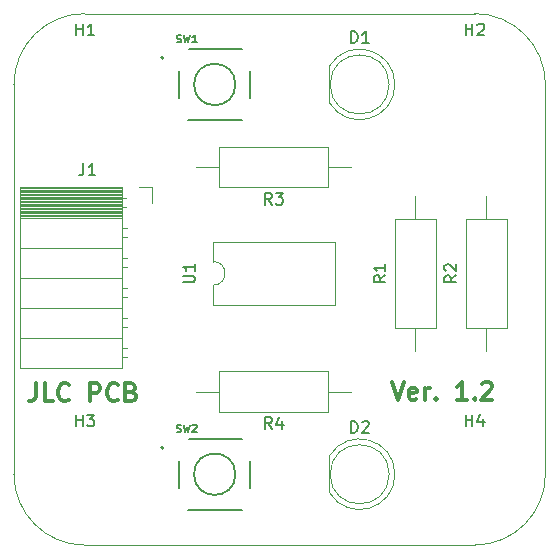
<source format=gbr>
%TF.GenerationSoftware,KiCad,Pcbnew,(6.0.6)*%
%TF.CreationDate,2023-02-06T16:24:35-08:00*%
%TF.ProjectId,PIC10F200 PCB,50494331-3046-4323-9030-205043422e6b,rev?*%
%TF.SameCoordinates,Original*%
%TF.FileFunction,Legend,Top*%
%TF.FilePolarity,Positive*%
%FSLAX46Y46*%
G04 Gerber Fmt 4.6, Leading zero omitted, Abs format (unit mm)*
G04 Created by KiCad (PCBNEW (6.0.6)) date 2023-02-06 16:24:35*
%MOMM*%
%LPD*%
G01*
G04 APERTURE LIST*
%ADD10C,0.300000*%
%TA.AperFunction,Profile*%
%ADD11C,0.100000*%
%TD*%
%ADD12C,0.150000*%
%ADD13C,0.127000*%
%ADD14C,0.200000*%
%ADD15C,0.120000*%
G04 APERTURE END LIST*
D10*
X142998571Y-103178571D02*
X143498571Y-104678571D01*
X143998571Y-103178571D01*
X145070000Y-104607142D02*
X144927142Y-104678571D01*
X144641428Y-104678571D01*
X144498571Y-104607142D01*
X144427142Y-104464285D01*
X144427142Y-103892857D01*
X144498571Y-103750000D01*
X144641428Y-103678571D01*
X144927142Y-103678571D01*
X145070000Y-103750000D01*
X145141428Y-103892857D01*
X145141428Y-104035714D01*
X144427142Y-104178571D01*
X145784285Y-104678571D02*
X145784285Y-103678571D01*
X145784285Y-103964285D02*
X145855714Y-103821428D01*
X145927142Y-103750000D01*
X146070000Y-103678571D01*
X146212857Y-103678571D01*
X146712857Y-104535714D02*
X146784285Y-104607142D01*
X146712857Y-104678571D01*
X146641428Y-104607142D01*
X146712857Y-104535714D01*
X146712857Y-104678571D01*
X149355714Y-104678571D02*
X148498571Y-104678571D01*
X148927142Y-104678571D02*
X148927142Y-103178571D01*
X148784285Y-103392857D01*
X148641428Y-103535714D01*
X148498571Y-103607142D01*
X149998571Y-104535714D02*
X150070000Y-104607142D01*
X149998571Y-104678571D01*
X149927142Y-104607142D01*
X149998571Y-104535714D01*
X149998571Y-104678571D01*
X150641428Y-103321428D02*
X150712857Y-103250000D01*
X150855714Y-103178571D01*
X151212857Y-103178571D01*
X151355714Y-103250000D01*
X151427142Y-103321428D01*
X151498571Y-103464285D01*
X151498571Y-103607142D01*
X151427142Y-103821428D01*
X150570000Y-104678571D01*
X151498571Y-104678571D01*
D11*
X111000000Y-111000000D02*
G75*
G03*
X117000000Y-117000000I6000000J0D01*
G01*
X156000000Y-78000000D02*
G75*
G03*
X150000000Y-72000000I-6000000J0D01*
G01*
X150000000Y-117000000D02*
X117000000Y-117000000D01*
X150000000Y-117000000D02*
G75*
G03*
X156000000Y-111000000I0J6000000D01*
G01*
X117000000Y-72000000D02*
G75*
G03*
X111000000Y-78000000I0J-6000000D01*
G01*
X117000000Y-72000000D02*
X150000000Y-72000000D01*
X111000000Y-111000000D02*
X111000000Y-78000000D01*
X156000000Y-78000000D02*
X156000000Y-111000000D01*
D10*
X112875714Y-103318571D02*
X112875714Y-104390000D01*
X112804285Y-104604285D01*
X112661428Y-104747142D01*
X112447142Y-104818571D01*
X112304285Y-104818571D01*
X114304285Y-104818571D02*
X113590000Y-104818571D01*
X113590000Y-103318571D01*
X115661428Y-104675714D02*
X115590000Y-104747142D01*
X115375714Y-104818571D01*
X115232857Y-104818571D01*
X115018571Y-104747142D01*
X114875714Y-104604285D01*
X114804285Y-104461428D01*
X114732857Y-104175714D01*
X114732857Y-103961428D01*
X114804285Y-103675714D01*
X114875714Y-103532857D01*
X115018571Y-103390000D01*
X115232857Y-103318571D01*
X115375714Y-103318571D01*
X115590000Y-103390000D01*
X115661428Y-103461428D01*
X117447142Y-104818571D02*
X117447142Y-103318571D01*
X118018571Y-103318571D01*
X118161428Y-103390000D01*
X118232857Y-103461428D01*
X118304285Y-103604285D01*
X118304285Y-103818571D01*
X118232857Y-103961428D01*
X118161428Y-104032857D01*
X118018571Y-104104285D01*
X117447142Y-104104285D01*
X119804285Y-104675714D02*
X119732857Y-104747142D01*
X119518571Y-104818571D01*
X119375714Y-104818571D01*
X119161428Y-104747142D01*
X119018571Y-104604285D01*
X118947142Y-104461428D01*
X118875714Y-104175714D01*
X118875714Y-103961428D01*
X118947142Y-103675714D01*
X119018571Y-103532857D01*
X119161428Y-103390000D01*
X119375714Y-103318571D01*
X119518571Y-103318571D01*
X119732857Y-103390000D01*
X119804285Y-103461428D01*
X120947142Y-104032857D02*
X121161428Y-104104285D01*
X121232857Y-104175714D01*
X121304285Y-104318571D01*
X121304285Y-104532857D01*
X121232857Y-104675714D01*
X121161428Y-104747142D01*
X121018571Y-104818571D01*
X120447142Y-104818571D01*
X120447142Y-103318571D01*
X120947142Y-103318571D01*
X121090000Y-103390000D01*
X121161428Y-103461428D01*
X121232857Y-103604285D01*
X121232857Y-103747142D01*
X121161428Y-103890000D01*
X121090000Y-103961428D01*
X120947142Y-104032857D01*
X120447142Y-104032857D01*
D12*
%TO.C,SW1*%
X124796442Y-74410862D02*
X124886534Y-74440892D01*
X125036687Y-74440892D01*
X125096748Y-74410862D01*
X125126779Y-74380831D01*
X125156810Y-74320770D01*
X125156810Y-74260709D01*
X125126779Y-74200647D01*
X125096748Y-74170617D01*
X125036687Y-74140586D01*
X124916565Y-74110556D01*
X124856503Y-74080525D01*
X124826473Y-74050494D01*
X124796442Y-73990433D01*
X124796442Y-73930372D01*
X124826473Y-73870311D01*
X124856503Y-73840280D01*
X124916565Y-73810249D01*
X125066718Y-73810249D01*
X125156810Y-73840280D01*
X125367024Y-73810249D02*
X125517177Y-74440892D01*
X125637300Y-73990433D01*
X125757422Y-74440892D01*
X125907575Y-73810249D01*
X126478157Y-74440892D02*
X126117789Y-74440892D01*
X126297973Y-74440892D02*
X126297973Y-73810249D01*
X126237912Y-73900341D01*
X126177851Y-73960402D01*
X126117789Y-73990433D01*
%TO.C,H3*%
X116238095Y-106952380D02*
X116238095Y-105952380D01*
X116238095Y-106428571D02*
X116809523Y-106428571D01*
X116809523Y-106952380D02*
X116809523Y-105952380D01*
X117190476Y-105952380D02*
X117809523Y-105952380D01*
X117476190Y-106333333D01*
X117619047Y-106333333D01*
X117714285Y-106380952D01*
X117761904Y-106428571D01*
X117809523Y-106523809D01*
X117809523Y-106761904D01*
X117761904Y-106857142D01*
X117714285Y-106904761D01*
X117619047Y-106952380D01*
X117333333Y-106952380D01*
X117238095Y-106904761D01*
X117190476Y-106857142D01*
%TO.C,SW2*%
X124796442Y-107410862D02*
X124886534Y-107440892D01*
X125036687Y-107440892D01*
X125096748Y-107410862D01*
X125126779Y-107380831D01*
X125156810Y-107320770D01*
X125156810Y-107260709D01*
X125126779Y-107200647D01*
X125096748Y-107170617D01*
X125036687Y-107140586D01*
X124916565Y-107110556D01*
X124856503Y-107080525D01*
X124826473Y-107050494D01*
X124796442Y-106990433D01*
X124796442Y-106930372D01*
X124826473Y-106870311D01*
X124856503Y-106840280D01*
X124916565Y-106810249D01*
X125066718Y-106810249D01*
X125156810Y-106840280D01*
X125367024Y-106810249D02*
X125517177Y-107440892D01*
X125637300Y-106990433D01*
X125757422Y-107440892D01*
X125907575Y-106810249D01*
X126117789Y-106870311D02*
X126147820Y-106840280D01*
X126207881Y-106810249D01*
X126358034Y-106810249D01*
X126418096Y-106840280D01*
X126448126Y-106870311D01*
X126478157Y-106930372D01*
X126478157Y-106990433D01*
X126448126Y-107080525D01*
X126087759Y-107440892D01*
X126478157Y-107440892D01*
%TO.C,U1*%
X125322380Y-94751904D02*
X126131904Y-94751904D01*
X126227142Y-94704285D01*
X126274761Y-94656666D01*
X126322380Y-94561428D01*
X126322380Y-94370952D01*
X126274761Y-94275714D01*
X126227142Y-94228095D01*
X126131904Y-94180476D01*
X125322380Y-94180476D01*
X126322380Y-93180476D02*
X126322380Y-93751904D01*
X126322380Y-93466190D02*
X125322380Y-93466190D01*
X125465238Y-93561428D01*
X125560476Y-93656666D01*
X125608095Y-93751904D01*
%TO.C,R1*%
X142452380Y-94166666D02*
X141976190Y-94500000D01*
X142452380Y-94738095D02*
X141452380Y-94738095D01*
X141452380Y-94357142D01*
X141500000Y-94261904D01*
X141547619Y-94214285D01*
X141642857Y-94166666D01*
X141785714Y-94166666D01*
X141880952Y-94214285D01*
X141928571Y-94261904D01*
X141976190Y-94357142D01*
X141976190Y-94738095D01*
X142452380Y-93214285D02*
X142452380Y-93785714D01*
X142452380Y-93500000D02*
X141452380Y-93500000D01*
X141595238Y-93595238D01*
X141690476Y-93690476D01*
X141738095Y-93785714D01*
%TO.C,R4*%
X132833333Y-107172380D02*
X132500000Y-106696190D01*
X132261904Y-107172380D02*
X132261904Y-106172380D01*
X132642857Y-106172380D01*
X132738095Y-106220000D01*
X132785714Y-106267619D01*
X132833333Y-106362857D01*
X132833333Y-106505714D01*
X132785714Y-106600952D01*
X132738095Y-106648571D01*
X132642857Y-106696190D01*
X132261904Y-106696190D01*
X133690476Y-106505714D02*
X133690476Y-107172380D01*
X133452380Y-106124761D02*
X133214285Y-106839047D01*
X133833333Y-106839047D01*
%TO.C,H1*%
X116238095Y-73852380D02*
X116238095Y-72852380D01*
X116238095Y-73328571D02*
X116809523Y-73328571D01*
X116809523Y-73852380D02*
X116809523Y-72852380D01*
X117809523Y-73852380D02*
X117238095Y-73852380D01*
X117523809Y-73852380D02*
X117523809Y-72852380D01*
X117428571Y-72995238D01*
X117333333Y-73090476D01*
X117238095Y-73138095D01*
%TO.C,R3*%
X132833333Y-88172380D02*
X132500000Y-87696190D01*
X132261904Y-88172380D02*
X132261904Y-87172380D01*
X132642857Y-87172380D01*
X132738095Y-87220000D01*
X132785714Y-87267619D01*
X132833333Y-87362857D01*
X132833333Y-87505714D01*
X132785714Y-87600952D01*
X132738095Y-87648571D01*
X132642857Y-87696190D01*
X132261904Y-87696190D01*
X133166666Y-87172380D02*
X133785714Y-87172380D01*
X133452380Y-87553333D01*
X133595238Y-87553333D01*
X133690476Y-87600952D01*
X133738095Y-87648571D01*
X133785714Y-87743809D01*
X133785714Y-87981904D01*
X133738095Y-88077142D01*
X133690476Y-88124761D01*
X133595238Y-88172380D01*
X133309523Y-88172380D01*
X133214285Y-88124761D01*
X133166666Y-88077142D01*
%TO.C,D1*%
X139531904Y-74492380D02*
X139531904Y-73492380D01*
X139770000Y-73492380D01*
X139912857Y-73540000D01*
X140008095Y-73635238D01*
X140055714Y-73730476D01*
X140103333Y-73920952D01*
X140103333Y-74063809D01*
X140055714Y-74254285D01*
X140008095Y-74349523D01*
X139912857Y-74444761D01*
X139770000Y-74492380D01*
X139531904Y-74492380D01*
X141055714Y-74492380D02*
X140484285Y-74492380D01*
X140770000Y-74492380D02*
X140770000Y-73492380D01*
X140674761Y-73635238D01*
X140579523Y-73730476D01*
X140484285Y-73778095D01*
%TO.C,J1*%
X116886666Y-84682380D02*
X116886666Y-85396666D01*
X116839047Y-85539523D01*
X116743809Y-85634761D01*
X116600952Y-85682380D01*
X116505714Y-85682380D01*
X117886666Y-85682380D02*
X117315238Y-85682380D01*
X117600952Y-85682380D02*
X117600952Y-84682380D01*
X117505714Y-84825238D01*
X117410476Y-84920476D01*
X117315238Y-84968095D01*
%TO.C,H4*%
X149238095Y-106952380D02*
X149238095Y-105952380D01*
X149238095Y-106428571D02*
X149809523Y-106428571D01*
X149809523Y-106952380D02*
X149809523Y-105952380D01*
X150714285Y-106285714D02*
X150714285Y-106952380D01*
X150476190Y-105904761D02*
X150238095Y-106619047D01*
X150857142Y-106619047D01*
%TO.C,H2*%
X149238095Y-73852380D02*
X149238095Y-72852380D01*
X149238095Y-73328571D02*
X149809523Y-73328571D01*
X149809523Y-73852380D02*
X149809523Y-72852380D01*
X150238095Y-72947619D02*
X150285714Y-72900000D01*
X150380952Y-72852380D01*
X150619047Y-72852380D01*
X150714285Y-72900000D01*
X150761904Y-72947619D01*
X150809523Y-73042857D01*
X150809523Y-73138095D01*
X150761904Y-73280952D01*
X150190476Y-73852380D01*
X150809523Y-73852380D01*
%TO.C,D2*%
X139531904Y-107492380D02*
X139531904Y-106492380D01*
X139770000Y-106492380D01*
X139912857Y-106540000D01*
X140008095Y-106635238D01*
X140055714Y-106730476D01*
X140103333Y-106920952D01*
X140103333Y-107063809D01*
X140055714Y-107254285D01*
X140008095Y-107349523D01*
X139912857Y-107444761D01*
X139770000Y-107492380D01*
X139531904Y-107492380D01*
X140484285Y-106587619D02*
X140531904Y-106540000D01*
X140627142Y-106492380D01*
X140865238Y-106492380D01*
X140960476Y-106540000D01*
X141008095Y-106587619D01*
X141055714Y-106682857D01*
X141055714Y-106778095D01*
X141008095Y-106920952D01*
X140436666Y-107492380D01*
X141055714Y-107492380D01*
%TO.C,R2*%
X148452380Y-94166666D02*
X147976190Y-94500000D01*
X148452380Y-94738095D02*
X147452380Y-94738095D01*
X147452380Y-94357142D01*
X147500000Y-94261904D01*
X147547619Y-94214285D01*
X147642857Y-94166666D01*
X147785714Y-94166666D01*
X147880952Y-94214285D01*
X147928571Y-94261904D01*
X147976190Y-94357142D01*
X147976190Y-94738095D01*
X147547619Y-93785714D02*
X147500000Y-93738095D01*
X147452380Y-93642857D01*
X147452380Y-93404761D01*
X147500000Y-93309523D01*
X147547619Y-93261904D01*
X147642857Y-93214285D01*
X147738095Y-93214285D01*
X147880952Y-93261904D01*
X148452380Y-93833333D01*
X148452380Y-93214285D01*
D13*
%TO.C,SW1*%
X130300000Y-80995000D02*
X125700000Y-80995000D01*
X131000000Y-76850000D02*
X131000000Y-79150000D01*
X125800000Y-75005000D02*
X130300000Y-75005000D01*
X125005000Y-76850000D02*
X125005000Y-79150000D01*
X129755000Y-78000000D02*
G75*
G03*
X129755000Y-78000000I-1755000J0D01*
G01*
D14*
X123655000Y-75750000D02*
G75*
G03*
X123655000Y-75750000I-100000J0D01*
G01*
D13*
%TO.C,SW2*%
X125800000Y-108005000D02*
X130300000Y-108005000D01*
X125005000Y-109850000D02*
X125005000Y-112150000D01*
X130300000Y-113995000D02*
X125700000Y-113995000D01*
X131000000Y-109850000D02*
X131000000Y-112150000D01*
D14*
X123655000Y-108750000D02*
G75*
G03*
X123655000Y-108750000I-100000J0D01*
G01*
D13*
X129755000Y-111000000D02*
G75*
G03*
X129755000Y-111000000I-1755000J0D01*
G01*
D15*
%TO.C,U1*%
X127870000Y-91340000D02*
X127870000Y-92990000D01*
X127870000Y-94990000D02*
X127870000Y-96640000D01*
X127870000Y-96640000D02*
X138150000Y-96640000D01*
X138150000Y-96640000D02*
X138150000Y-91340000D01*
X138150000Y-91340000D02*
X127870000Y-91340000D01*
X127870000Y-94990000D02*
G75*
G03*
X127870000Y-92990000I0J1000000D01*
G01*
%TO.C,R1*%
X146720000Y-98620000D02*
X146720000Y-89380000D01*
X146720000Y-89380000D02*
X143280000Y-89380000D01*
X145000000Y-100580000D02*
X145000000Y-98620000D01*
X145000000Y-87420000D02*
X145000000Y-89380000D01*
X143280000Y-98620000D02*
X146720000Y-98620000D01*
X143280000Y-89380000D02*
X143280000Y-98620000D01*
%TO.C,R4*%
X137620000Y-102280000D02*
X128380000Y-102280000D01*
X128380000Y-102280000D02*
X128380000Y-105720000D01*
X128380000Y-105720000D02*
X137620000Y-105720000D01*
X139580000Y-104000000D02*
X137620000Y-104000000D01*
X137620000Y-105720000D02*
X137620000Y-102280000D01*
X126420000Y-104000000D02*
X128380000Y-104000000D01*
%TO.C,R3*%
X139580000Y-85000000D02*
X137620000Y-85000000D01*
X126420000Y-85000000D02*
X128380000Y-85000000D01*
X128380000Y-83280000D02*
X128380000Y-86720000D01*
X137620000Y-86720000D02*
X137620000Y-83280000D01*
X137620000Y-83280000D02*
X128380000Y-83280000D01*
X128380000Y-86720000D02*
X137620000Y-86720000D01*
%TO.C,D1*%
X137710000Y-76455000D02*
X137710000Y-79545000D01*
X143260000Y-78000462D02*
G75*
G03*
X137710000Y-76455170I-2990000J462D01*
G01*
X137710000Y-79544830D02*
G75*
G03*
X143260000Y-77999538I2560000J1544830D01*
G01*
X142770000Y-78000000D02*
G75*
G03*
X142770000Y-78000000I-2500000J0D01*
G01*
%TO.C,J1*%
X111510000Y-94350000D02*
X120140000Y-94350000D01*
X111510000Y-87380475D02*
X120140000Y-87380475D01*
X120140000Y-87640000D02*
X120490000Y-87640000D01*
X111510000Y-87970950D02*
X120140000Y-87970950D01*
X120140000Y-101060000D02*
X120550000Y-101060000D01*
X111510000Y-87144285D02*
X120140000Y-87144285D01*
X111510000Y-88915710D02*
X120140000Y-88915710D01*
X120140000Y-98520000D02*
X120550000Y-98520000D01*
X120140000Y-95980000D02*
X120550000Y-95980000D01*
X111510000Y-102030000D02*
X120140000Y-102030000D01*
X111510000Y-88207140D02*
X120140000Y-88207140D01*
X120140000Y-100340000D02*
X120550000Y-100340000D01*
X121600000Y-86670000D02*
X122710000Y-86670000D01*
X111510000Y-91810000D02*
X120140000Y-91810000D01*
X111510000Y-86670000D02*
X111510000Y-102030000D01*
X120140000Y-90900000D02*
X120550000Y-90900000D01*
X120140000Y-95260000D02*
X120550000Y-95260000D01*
X111510000Y-89151900D02*
X120140000Y-89151900D01*
X111510000Y-89033805D02*
X120140000Y-89033805D01*
X111510000Y-89270000D02*
X120140000Y-89270000D01*
X111510000Y-87026190D02*
X120140000Y-87026190D01*
X111510000Y-87734760D02*
X120140000Y-87734760D01*
X122710000Y-86670000D02*
X122710000Y-88000000D01*
X120140000Y-92720000D02*
X120550000Y-92720000D01*
X111510000Y-88561425D02*
X120140000Y-88561425D01*
X111510000Y-86908095D02*
X120140000Y-86908095D01*
X111510000Y-87616665D02*
X120140000Y-87616665D01*
X111510000Y-88679520D02*
X120140000Y-88679520D01*
X111510000Y-87262380D02*
X120140000Y-87262380D01*
X111510000Y-99430000D02*
X120140000Y-99430000D01*
X120140000Y-90180000D02*
X120550000Y-90180000D01*
X120140000Y-88360000D02*
X120490000Y-88360000D01*
X111510000Y-87498570D02*
X120140000Y-87498570D01*
X120140000Y-97800000D02*
X120550000Y-97800000D01*
X111510000Y-86670000D02*
X120140000Y-86670000D01*
X111510000Y-87852855D02*
X120140000Y-87852855D01*
X111510000Y-88443330D02*
X120140000Y-88443330D01*
X111510000Y-88325235D02*
X120140000Y-88325235D01*
X120140000Y-93440000D02*
X120550000Y-93440000D01*
X111510000Y-96890000D02*
X120140000Y-96890000D01*
X120140000Y-86670000D02*
X120140000Y-102030000D01*
X111510000Y-88089045D02*
X120140000Y-88089045D01*
X111510000Y-88797615D02*
X120140000Y-88797615D01*
X111510000Y-86790000D02*
X120140000Y-86790000D01*
%TO.C,D2*%
X137710000Y-109455000D02*
X137710000Y-112545000D01*
X143260000Y-111000462D02*
G75*
G03*
X137710000Y-109455170I-2990000J462D01*
G01*
X137710000Y-112544830D02*
G75*
G03*
X143260000Y-110999538I2560000J1544830D01*
G01*
X142770000Y-111000000D02*
G75*
G03*
X142770000Y-111000000I-2500000J0D01*
G01*
%TO.C,R2*%
X152720000Y-89380000D02*
X149280000Y-89380000D01*
X149280000Y-98620000D02*
X152720000Y-98620000D01*
X152720000Y-98620000D02*
X152720000Y-89380000D01*
X149280000Y-89380000D02*
X149280000Y-98620000D01*
X151000000Y-100580000D02*
X151000000Y-98620000D01*
X151000000Y-87420000D02*
X151000000Y-89380000D01*
%TD*%
M02*

</source>
